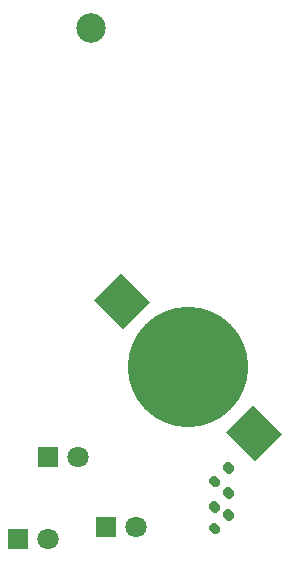
<source format=gbs>
%TF.GenerationSoftware,KiCad,Pcbnew,(5.1.8)-1*%
%TF.CreationDate,2020-12-24T12:29:03-03:00*%
%TF.ProjectId,christmasornament,63687269-7374-46d6-9173-6f726e616d65,rev?*%
%TF.SameCoordinates,Original*%
%TF.FileFunction,Soldermask,Bot*%
%TF.FilePolarity,Negative*%
%FSLAX46Y46*%
G04 Gerber Fmt 4.6, Leading zero omitted, Abs format (unit mm)*
G04 Created by KiCad (PCBNEW (5.1.8)-1) date 2020-12-24 12:29:03*
%MOMM*%
%LPD*%
G01*
G04 APERTURE LIST*
%ADD10R,1.800000X1.800000*%
%ADD11C,1.800000*%
%ADD12C,2.500000*%
%ADD13C,0.100000*%
%ADD14C,10.200000*%
G04 APERTURE END LIST*
D10*
%TO.C,D3*%
X30550000Y30610000D03*
D11*
X33090000Y30610000D03*
%TD*%
%TO.C,D1*%
X30510000Y23690000D03*
D10*
X27970000Y23690000D03*
%TD*%
%TO.C,D2*%
X35460000Y24740000D03*
D11*
X38000000Y24740000D03*
%TD*%
D12*
%TO.C,H1*%
X34210000Y66920000D03*
%TD*%
%TO.C,R1*%
G36*
G01*
X44578249Y24079340D02*
X44189340Y24468249D01*
G75*
G02*
X44189340Y24751091I141421J141421D01*
G01*
X44472183Y25033934D01*
G75*
G02*
X44755025Y25033934I141421J-141421D01*
G01*
X45143934Y24645025D01*
G75*
G02*
X45143934Y24362183I-141421J-141421D01*
G01*
X44861091Y24079340D01*
G75*
G02*
X44578249Y24079340I-141421J141421D01*
G01*
G37*
G36*
G01*
X45744975Y25246066D02*
X45356066Y25634975D01*
G75*
G02*
X45356066Y25917817I141421J141421D01*
G01*
X45638909Y26200660D01*
G75*
G02*
X45921751Y26200660I141421J-141421D01*
G01*
X46310660Y25811751D01*
G75*
G02*
X46310660Y25528909I-141421J-141421D01*
G01*
X46027817Y25246066D01*
G75*
G02*
X45744975Y25246066I-141421J141421D01*
G01*
G37*
%TD*%
%TO.C,R2*%
G36*
G01*
X44578249Y25929340D02*
X44189340Y26318249D01*
G75*
G02*
X44189340Y26601091I141421J141421D01*
G01*
X44472183Y26883934D01*
G75*
G02*
X44755025Y26883934I141421J-141421D01*
G01*
X45143934Y26495025D01*
G75*
G02*
X45143934Y26212183I-141421J-141421D01*
G01*
X44861091Y25929340D01*
G75*
G02*
X44578249Y25929340I-141421J141421D01*
G01*
G37*
G36*
G01*
X45744975Y27096066D02*
X45356066Y27484975D01*
G75*
G02*
X45356066Y27767817I141421J141421D01*
G01*
X45638909Y28050660D01*
G75*
G02*
X45921751Y28050660I141421J-141421D01*
G01*
X46310660Y27661751D01*
G75*
G02*
X46310660Y27378909I-141421J-141421D01*
G01*
X46027817Y27096066D01*
G75*
G02*
X45744975Y27096066I-141421J141421D01*
G01*
G37*
%TD*%
%TO.C,R3*%
G36*
G01*
X45744975Y29229429D02*
X45356066Y29618338D01*
G75*
G02*
X45356066Y29901180I141421J141421D01*
G01*
X45638909Y30184023D01*
G75*
G02*
X45921751Y30184023I141421J-141421D01*
G01*
X46310660Y29795114D01*
G75*
G02*
X46310660Y29512272I-141421J-141421D01*
G01*
X46027817Y29229429D01*
G75*
G02*
X45744975Y29229429I-141421J141421D01*
G01*
G37*
G36*
G01*
X44578249Y28062703D02*
X44189340Y28451612D01*
G75*
G02*
X44189340Y28734454I141421J141421D01*
G01*
X44472183Y29017297D01*
G75*
G02*
X44755025Y29017297I141421J-141421D01*
G01*
X45143934Y28628388D01*
G75*
G02*
X45143934Y28345546I-141421J-141421D01*
G01*
X44861091Y28062703D01*
G75*
G02*
X44578249Y28062703I-141421J141421D01*
G01*
G37*
%TD*%
D13*
%TO.C,BT1*%
G36*
X34409693Y43906855D02*
G01*
X36743145Y46240307D01*
X39218019Y43765433D01*
X36884567Y41431981D01*
X34409693Y43906855D01*
G37*
G36*
X45581981Y32734567D02*
G01*
X47915433Y35068019D01*
X50390307Y32593145D01*
X48056855Y30259693D01*
X45581981Y32734567D01*
G37*
D14*
X42400000Y38250000D03*
%TD*%
M02*

</source>
